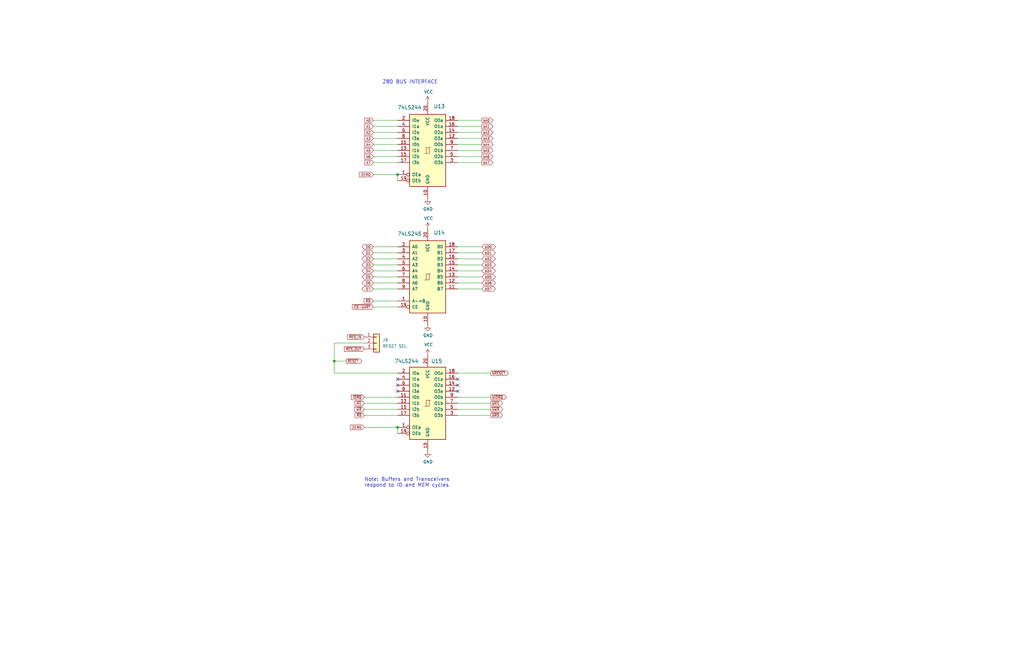
<source format=kicad_sch>
(kicad_sch (version 20211123) (generator eeschema)
  (paper "B")
  (lib_symbols
    (symbol "74xx:74LS244" (pin_names (offset 1.016))
      (property "Reference" "U" (at -7.62 16.51 0))
      (property "Value" "74LS244" (at -7.62 -16.51 0))
      (symbol "74LS244_1_0"
        (polyline (pts (xy -0.635 -1.27) (xy -0.635 1.27) (xy 0.635 1.27)))
        (polyline (pts (xy -1.27 -1.27) (xy 0.635 -1.27) (xy 0.635 1.27) (xy 1.27 1.27)))
        (pin input inverted (at -12.7 -10.16 0) (length 5.08) (name "OEa") (number "1"))
        (pin power_in line (at 0 -20.32 90) (length 5.08) (name "GND") (number "10"))
        (pin input line (at -12.7 2.54 0) (length 5.08) (name "I0b") (number "11"))
        (pin tri_state line (at 12.7 5.08 180) (length 5.08) (name "O3a") (number "12"))
        (pin input line (at -12.7 0 0) (length 5.08) (name "I1b") (number "13"))
        (pin tri_state line (at 12.7 7.62 180) (length 5.08) (name "O2a") (number "14"))
        (pin input line (at -12.7 -2.54 0) (length 5.08) (name "I2b") (number "15"))
        (pin tri_state line (at 12.7 10.16 180) (length 5.08) (name "O1a") (number "16"))
        (pin input line (at -12.7 -5.08 0) (length 5.08) (name "I3b") (number "17"))
        (pin tri_state line (at 12.7 12.7 180) (length 5.08) (name "O0a") (number "18"))
        (pin input inverted (at -12.7 -12.7 0) (length 5.08) (name "OEb") (number "19"))
        (pin input line (at -12.7 12.7 0) (length 5.08) (name "I0a") (number "2"))
        (pin power_in line (at 0 20.32 270) (length 5.08) (name "VCC") (number "20"))
        (pin tri_state line (at 12.7 -5.08 180) (length 5.08) (name "O3b") (number "3"))
        (pin input line (at -12.7 10.16 0) (length 5.08) (name "I1a") (number "4"))
        (pin tri_state line (at 12.7 -2.54 180) (length 5.08) (name "O2b") (number "5"))
        (pin input line (at -12.7 7.62 0) (length 5.08) (name "I2a") (number "6"))
        (pin tri_state line (at 12.7 0 180) (length 5.08) (name "O1b") (number "7"))
        (pin input line (at -12.7 5.08 0) (length 5.08) (name "I3a") (number "8"))
        (pin tri_state line (at 12.7 2.54 180) (length 5.08) (name "O0b") (number "9"))
      )
      (symbol "74LS244_1_1"
        (rectangle (start -7.62 15.24) (end 7.62 -15.24) (stroke (width 0.254)) (fill (type background)))
      )
    )
    (symbol "74xx:74LS245" (pin_names (offset 1.016))
      (property "Reference" "U" (at -7.62 16.51 0))
      (property "Value" "74LS245" (at -7.62 -16.51 0))
      (symbol "74LS245_1_0"
        (polyline (pts (xy -0.635 -1.27) (xy -0.635 1.27) (xy 0.635 1.27)))
        (polyline (pts (xy -1.27 -1.27) (xy 0.635 -1.27) (xy 0.635 1.27) (xy 1.27 1.27)))
        (pin input line (at -12.7 -10.16 0) (length 5.08) (name "A->B") (number "1"))
        (pin power_in line (at 0 -20.32 90) (length 5.08) (name "GND") (number "10"))
        (pin tri_state line (at 12.7 -5.08 180) (length 5.08) (name "B7") (number "11"))
        (pin tri_state line (at 12.7 -2.54 180) (length 5.08) (name "B6") (number "12"))
        (pin tri_state line (at 12.7 0 180) (length 5.08) (name "B5") (number "13"))
        (pin tri_state line (at 12.7 2.54 180) (length 5.08) (name "B4") (number "14"))
        (pin tri_state line (at 12.7 5.08 180) (length 5.08) (name "B3") (number "15"))
        (pin tri_state line (at 12.7 7.62 180) (length 5.08) (name "B2") (number "16"))
        (pin tri_state line (at 12.7 10.16 180) (length 5.08) (name "B1") (number "17"))
        (pin tri_state line (at 12.7 12.7 180) (length 5.08) (name "B0") (number "18"))
        (pin input inverted (at -12.7 -12.7 0) (length 5.08) (name "CE") (number "19"))
        (pin tri_state line (at -12.7 12.7 0) (length 5.08) (name "A0") (number "2"))
        (pin power_in line (at 0 20.32 270) (length 5.08) (name "VCC") (number "20"))
        (pin tri_state line (at -12.7 10.16 0) (length 5.08) (name "A1") (number "3"))
        (pin tri_state line (at -12.7 7.62 0) (length 5.08) (name "A2") (number "4"))
        (pin tri_state line (at -12.7 5.08 0) (length 5.08) (name "A3") (number "5"))
        (pin tri_state line (at -12.7 2.54 0) (length 5.08) (name "A4") (number "6"))
        (pin tri_state line (at -12.7 0 0) (length 5.08) (name "A5") (number "7"))
        (pin tri_state line (at -12.7 -2.54 0) (length 5.08) (name "A6") (number "8"))
        (pin tri_state line (at -12.7 -5.08 0) (length 5.08) (name "A7") (number "9"))
      )
      (symbol "74LS245_1_1"
        (rectangle (start -7.62 15.24) (end 7.62 -15.24) (stroke (width 0.254)) (fill (type background)))
      )
    )
    (symbol "Connector_Generic:Conn_01x03" (pin_names (offset 1.016) hide)
      (property "Reference" "J" (at 0 5.08 0))
      (property "Value" "Conn_01x03" (at 0 -5.08 0))
      (symbol "Conn_01x03_1_1"
        (rectangle (start -1.27 -2.413) (end 0 -2.667) (stroke (width 0.1524)))
        (rectangle (start -1.27 0.127) (end 0 -0.127) (stroke (width 0.1524)))
        (rectangle (start -1.27 2.667) (end 0 2.413) (stroke (width 0.1524)))
        (rectangle (start -1.27 3.81) (end 1.27 -3.81) (stroke (width 0.254)) (fill (type background)))
        (pin passive line (at -5.08 2.54 0) (length 3.81) (name "Pin_1") (number "1"))
        (pin passive line (at -5.08 0 0) (length 3.81) (name "Pin_2") (number "2"))
        (pin passive line (at -5.08 -2.54 0) (length 3.81) (name "Pin_3") (number "3"))
      )
    )
    (symbol "power:GND" (power) (pin_names (offset 0))
      (property "Value" "GND" (at 0 -3.81 0))
      (symbol "GND_0_1"
        (polyline (pts (xy 0 0) (xy 0 -1.27) (xy 1.27 -1.27) (xy 0 -2.54) (xy -1.27 -1.27) (xy 0 -1.27)))
      )
      (symbol "GND_1_1"
        (pin power_in line (at 0 0 270) (length 0) hide (name "GND") (number "1"))
      )
    )
    (symbol "power:VCC" (power) (pin_names (offset 0))
      (property "Value" "VCC" (at 0 3.81 0))
      (symbol "VCC_0_1"
        (polyline (pts (xy -0.762 1.27) (xy 0 2.54)))
        (polyline (pts (xy 0 0) (xy 0 2.54)))
        (polyline (pts (xy 0 2.54) (xy 0.762 1.27)))
      )
      (symbol "VCC_1_1"
        (pin power_in line (at 0 0 90) (length 0) hide (name "VCC") (number "1"))
      )
    )
  )
  (junction (at 167.64 180.34))
  (junction (at 167.64 73.66))
  (junction (at 140.97 152.4))
  (no_connect (at 167.64 162.56))
  (no_connect (at 167.64 160.02))
  (no_connect (at 193.04 160.02))
  (no_connect (at 193.04 165.1))
  (no_connect (at 193.04 162.56))
  (no_connect (at 167.64 165.1))
  (wire (pts (xy 193.04 60.96) (xy 203.2 60.96)))
  (wire (pts (xy 193.04 167.64) (xy 207.01 167.64)))
  (wire (pts (xy 193.04 104.14) (xy 203.2 104.14)))
  (wire (pts (xy 157.48 119.38) (xy 167.64 119.38)))
  (wire (pts (xy 193.04 66.04) (xy 203.2 66.04)))
  (wire (pts (xy 167.64 180.34) (xy 167.64 182.88)))
  (wire (pts (xy 140.97 152.4) (xy 140.97 157.48)))
  (wire (pts (xy 153.67 170.18) (xy 167.64 170.18)))
  (wire (pts (xy 157.48 127) (xy 167.64 127)))
  (wire (pts (xy 157.48 63.5) (xy 167.64 63.5)))
  (wire (pts (xy 157.48 106.68) (xy 167.64 106.68)))
  (wire (pts (xy 157.48 53.34) (xy 167.64 53.34)))
  (wire (pts (xy 193.04 68.58) (xy 203.2 68.58)))
  (wire (pts (xy 157.48 116.84) (xy 167.64 116.84)))
  (wire (pts (xy 193.04 157.48) (xy 207.01 157.48)))
  (wire (pts (xy 157.48 66.04) (xy 167.64 66.04)))
  (wire (pts (xy 157.48 68.58) (xy 167.64 68.58)))
  (wire (pts (xy 157.48 104.14) (xy 167.64 104.14)))
  (wire (pts (xy 157.48 109.22) (xy 167.64 109.22)))
  (wire (pts (xy 193.04 111.76) (xy 203.2 111.76)))
  (wire (pts (xy 157.48 114.3) (xy 167.64 114.3)))
  (wire (pts (xy 193.04 50.8) (xy 203.2 50.8)))
  (wire (pts (xy 153.67 167.64) (xy 167.64 167.64)))
  (wire (pts (xy 157.48 55.88) (xy 167.64 55.88)))
  (wire (pts (xy 193.04 106.68) (xy 203.2 106.68)))
  (wire (pts (xy 193.04 175.26) (xy 207.01 175.26)))
  (wire (pts (xy 157.48 121.92) (xy 167.64 121.92)))
  (wire (pts (xy 157.48 50.8) (xy 167.64 50.8)))
  (wire (pts (xy 157.48 58.42) (xy 167.64 58.42)))
  (wire (pts (xy 140.97 157.48) (xy 167.64 157.48)))
  (wire (pts (xy 193.04 121.92) (xy 203.2 121.92)))
  (wire (pts (xy 193.04 116.84) (xy 203.2 116.84)))
  (wire (pts (xy 153.67 172.72) (xy 167.64 172.72)))
  (wire (pts (xy 140.97 152.4) (xy 146.05 152.4)))
  (wire (pts (xy 153.67 180.34) (xy 167.64 180.34)))
  (wire (pts (xy 157.48 129.54) (xy 167.64 129.54)))
  (wire (pts (xy 140.97 144.78) (xy 140.97 152.4)))
  (wire (pts (xy 193.04 55.88) (xy 203.2 55.88)))
  (wire (pts (xy 193.04 172.72) (xy 207.01 172.72)))
  (wire (pts (xy 157.48 60.96) (xy 167.64 60.96)))
  (wire (pts (xy 193.04 53.34) (xy 203.2 53.34)))
  (wire (pts (xy 193.04 109.22) (xy 203.2 109.22)))
  (wire (pts (xy 157.48 111.76) (xy 167.64 111.76)))
  (wire (pts (xy 193.04 114.3) (xy 203.2 114.3)))
  (wire (pts (xy 140.97 144.78) (xy 153.67 144.78)))
  (wire (pts (xy 167.64 76.2) (xy 167.64 73.66)))
  (wire (pts (xy 157.48 73.66) (xy 167.64 73.66)))
  (wire (pts (xy 153.67 175.26) (xy 167.64 175.26)))
  (wire (pts (xy 193.04 63.5) (xy 203.2 63.5)))
  (wire (pts (xy 193.04 119.38) (xy 203.2 119.38)))
  (wire (pts (xy 193.04 58.42) (xy 203.2 58.42)))
  (wire (pts (xy 193.04 170.18) (xy 207.01 170.18)))
  (text "Z80 BUS INTERFACE" (at 161.29 35.56 0) (effects (font (size 1.524 1.524)) (justify left bottom)))
  (text "Note: Buffers and Transceivers\nrespond to IO and MEM cycles" (at 153.67 205.74 0) (effects (font (size 1.524 1.524)) (justify left bottom)))
  (global_label "bD5" (shape bidirectional) (at 203.2 116.84 0) (effects (font (size 1.016 1.016))) (property "Intersheet References" "${INTERSHEET_REFS}" (effects hide)))
  (global_label "~{RES_OUT}" (shape input) (at 153.67 147.32 180) (effects (font (size 1.016 1.016))) (property "Intersheet References" "${INTERSHEET_REFS}" (effects hide)))
  (global_label "bA4" (shape output) (at 203.2 60.96 0) (effects (font (size 1.016 1.016))) (property "Intersheet References" "${INTERSHEET_REFS}" (effects hide)))
  (global_label "D4" (shape bidirectional) (at 157.48 114.3 180) (effects (font (size 1.016 1.016))) (property "Intersheet References" "${INTERSHEET_REFS}" (effects hide)))
  (global_label "~{RES_IN}" (shape input) (at 153.67 142.24 180) (effects (font (size 1.016 1.016))) (property "Intersheet References" "${INTERSHEET_REFS}" (effects hide)))
  (global_label "~{bWR}" (shape output) (at 207.01 172.72 0) (effects (font (size 1.016 1.016))) (property "Intersheet References" "${INTERSHEET_REFS}" (effects hide)))
  (global_label "~{bRESET}" (shape output) (at 207.01 157.48 0) (effects (font (size 1.016 1.016))) (property "Intersheet References" "${INTERSHEET_REFS}" (effects hide)))
  (global_label "~{bIORQ}" (shape output) (at 207.01 167.64 0) (effects (font (size 1.016 1.016))) (property "Intersheet References" "${INTERSHEET_REFS}" (effects hide)))
  (global_label "~{WR}" (shape input) (at 153.67 172.72 180) (effects (font (size 1.016 1.016))) (property "Intersheet References" "${INTERSHEET_REFS}" (effects hide)))
  (global_label "bA3" (shape output) (at 203.2 58.42 0) (effects (font (size 1.016 1.016))) (property "Intersheet References" "${INTERSHEET_REFS}" (effects hide)))
  (global_label "D3" (shape bidirectional) (at 157.48 111.76 180) (effects (font (size 1.016 1.016))) (property "Intersheet References" "${INTERSHEET_REFS}" (effects hide)))
  (global_label "ZERO" (shape input) (at 153.67 180.34 180) (effects (font (size 1.016 1.016))) (property "Intersheet References" "${INTERSHEET_REFS}" (effects hide)))
  (global_label "bD2" (shape bidirectional) (at 203.2 109.22 0) (effects (font (size 1.016 1.016))) (property "Intersheet References" "${INTERSHEET_REFS}" (effects hide)))
  (global_label "~{CS-UART}" (shape input) (at 157.48 129.54 180) (effects (font (size 1.016 1.016))) (property "Intersheet References" "${INTERSHEET_REFS}" (effects hide)))
  (global_label "A7" (shape input) (at 157.48 68.58 180) (effects (font (size 1.016 1.016))) (property "Intersheet References" "${INTERSHEET_REFS}" (effects hide)))
  (global_label "A1" (shape input) (at 157.48 53.34 180) (effects (font (size 1.016 1.016))) (property "Intersheet References" "${INTERSHEET_REFS}" (effects hide)))
  (global_label "bD7" (shape bidirectional) (at 203.2 121.92 0) (effects (font (size 1.016 1.016))) (property "Intersheet References" "${INTERSHEET_REFS}" (effects hide)))
  (global_label "D6" (shape bidirectional) (at 157.48 119.38 180) (effects (font (size 1.016 1.016))) (property "Intersheet References" "${INTERSHEET_REFS}" (effects hide)))
  (global_label "~{bRD}" (shape output) (at 207.01 175.26 0) (effects (font (size 1.016 1.016))) (property "Intersheet References" "${INTERSHEET_REFS}" (effects hide)))
  (global_label "ZERO" (shape input) (at 157.48 73.66 180) (effects (font (size 1.016 1.016))) (property "Intersheet References" "${INTERSHEET_REFS}" (effects hide)))
  (global_label "~{IORQ}" (shape input) (at 153.67 167.64 180) (effects (font (size 1.016 1.016))) (property "Intersheet References" "${INTERSHEET_REFS}" (effects hide)))
  (global_label "bA0" (shape output) (at 203.2 50.8 0) (effects (font (size 1.016 1.016))) (property "Intersheet References" "${INTERSHEET_REFS}" (effects hide)))
  (global_label "~{M1}" (shape input) (at 153.67 170.18 180) (effects (font (size 1.016 1.016))) (property "Intersheet References" "${INTERSHEET_REFS}" (effects hide)))
  (global_label "D1" (shape bidirectional) (at 157.48 106.68 180) (effects (font (size 1.016 1.016))) (property "Intersheet References" "${INTERSHEET_REFS}" (effects hide)))
  (global_label "bA6" (shape output) (at 203.2 66.04 0) (effects (font (size 1.016 1.016))) (property "Intersheet References" "${INTERSHEET_REFS}" (effects hide)))
  (global_label "D5" (shape bidirectional) (at 157.48 116.84 180) (effects (font (size 1.016 1.016))) (property "Intersheet References" "${INTERSHEET_REFS}" (effects hide)))
  (global_label "bD3" (shape bidirectional) (at 203.2 111.76 0) (effects (font (size 1.016 1.016))) (property "Intersheet References" "${INTERSHEET_REFS}" (effects hide)))
  (global_label "A2" (shape input) (at 157.48 55.88 180) (effects (font (size 1.016 1.016))) (property "Intersheet References" "${INTERSHEET_REFS}" (effects hide)))
  (global_label "A4" (shape input) (at 157.48 60.96 180) (effects (font (size 1.016 1.016))) (property "Intersheet References" "${INTERSHEET_REFS}" (effects hide)))
  (global_label "D2" (shape bidirectional) (at 157.48 109.22 180) (effects (font (size 1.016 1.016))) (property "Intersheet References" "${INTERSHEET_REFS}" (effects hide)))
  (global_label "bA2" (shape output) (at 203.2 55.88 0) (effects (font (size 1.016 1.016))) (property "Intersheet References" "${INTERSHEET_REFS}" (effects hide)))
  (global_label "bA1" (shape output) (at 203.2 53.34 0) (effects (font (size 1.016 1.016))) (property "Intersheet References" "${INTERSHEET_REFS}" (effects hide)))
  (global_label "bA7" (shape output) (at 203.2 68.58 0) (effects (font (size 1.016 1.016))) (property "Intersheet References" "${INTERSHEET_REFS}" (effects hide)))
  (global_label "bD4" (shape bidirectional) (at 203.2 114.3 0) (effects (font (size 1.016 1.016))) (property "Intersheet References" "${INTERSHEET_REFS}" (effects hide)))
  (global_label "D7" (shape bidirectional) (at 157.48 121.92 180) (effects (font (size 1.016 1.016))) (property "Intersheet References" "${INTERSHEET_REFS}" (effects hide)))
  (global_label "~{RD}" (shape input) (at 157.48 127 180) (effects (font (size 1.016 1.016))) (property "Intersheet References" "${INTERSHEET_REFS}" (effects hide)))
  (global_label "~{RD}" (shape input) (at 153.67 175.26 180) (effects (font (size 1.016 1.016))) (property "Intersheet References" "${INTERSHEET_REFS}" (effects hide)))
  (global_label "A3" (shape input) (at 157.48 58.42 180) (effects (font (size 1.016 1.016))) (property "Intersheet References" "${INTERSHEET_REFS}" (effects hide)))
  (global_label "bD1" (shape bidirectional) (at 203.2 106.68 0) (effects (font (size 1.016 1.016))) (property "Intersheet References" "${INTERSHEET_REFS}" (effects hide)))
  (global_label "A6" (shape input) (at 157.48 66.04 180) (effects (font (size 1.016 1.016))) (property "Intersheet References" "${INTERSHEET_REFS}" (effects hide)))
  (global_label "~{bM1}" (shape output) (at 207.01 170.18 0) (effects (font (size 1.016 1.016))) (property "Intersheet References" "${INTERSHEET_REFS}" (effects hide)))
  (global_label "bD6" (shape bidirectional) (at 203.2 119.38 0) (effects (font (size 1.016 1.016))) (property "Intersheet References" "${INTERSHEET_REFS}" (effects hide)))
  (global_label "~{RESET}" (shape output) (at 146.05 152.4 0) (effects (font (size 1.016 1.016))) (property "Intersheet References" "${INTERSHEET_REFS}" (effects hide)))
  (global_label "bA5" (shape output) (at 203.2 63.5 0) (effects (font (size 1.016 1.016))) (property "Intersheet References" "${INTERSHEET_REFS}" (effects hide)))
  (global_label "A5" (shape input) (at 157.48 63.5 180) (effects (font (size 1.016 1.016))) (property "Intersheet References" "${INTERSHEET_REFS}" (effects hide)))
  (global_label "D0" (shape bidirectional) (at 157.48 104.14 180) (effects (font (size 1.016 1.016))) (property "Intersheet References" "${INTERSHEET_REFS}" (effects hide)))
  (global_label "A0" (shape input) (at 157.48 50.8 180) (effects (font (size 1.016 1.016))) (property "Intersheet References" "${INTERSHEET_REFS}" (effects hide)))
  (global_label "bD0" (shape bidirectional) (at 203.2 104.14 0) (effects (font (size 1.016 1.016))) (property "Intersheet References" "${INTERSHEET_REFS}" (effects hide)))
  (symbol (lib_id "74xx:74LS245") (at 180.34 116.84 0) (unit 1)
    (property "Reference" "U14" (at 182.88 99.06 0) (effects (font (size 1.524 1.524)) (justify left bottom)))
    (property "Value" "74LS245" (at 167.64 97.79 0) (effects (font (size 1.524 1.524)) (justify left top)))
    (property "Footprint" "Package_DIP:DIP-20_W7.62mm_Socket" (effects hide))
    (property "Datasheet" "http://www.ti.com/lit/gpn/sn74LS245" (effects hide))
  )
  (symbol (lib_id "power:VCC") (at 180.34 43.18 0) (unit 1)
    (property "Reference" "#PWR037" (effects hide))
    (property "Value" "VCC" (at 180.721 38.7858 0))
  )
  (symbol (lib_id "power:GND") (at 180.34 83.82 0) (unit 1)
    (property "Reference" "#PWR038" (effects hide))
    (property "Value" "GND" (at 180.467 88.2142 0))
  )
  (symbol (lib_id "power:VCC") (at 180.34 96.52 0) (unit 1)
    (property "Reference" "#PWR039" (effects hide))
    (property "Value" "VCC" (at 180.721 92.1258 0))
  )
  (symbol (lib_id "power:VCC") (at 180.34 149.86 0) (unit 1)
    (property "Reference" "#PWR041" (effects hide))
    (property "Value" "VCC" (at 180.721 145.4658 0))
  )
  (symbol (lib_id "power:GND") (at 180.34 137.16 0) (unit 1)
    (property "Reference" "#PWR040" (effects hide))
    (property "Value" "GND" (at 180.467 141.5542 0))
  )
  (symbol (lib_id "power:GND") (at 180.34 190.5 0) (unit 1)
    (property "Reference" "#PWR042" (effects hide))
    (property "Value" "GND" (at 180.467 194.8942 0))
  )
  (symbol (lib_id "74xx:74LS244") (at 180.34 170.18 0) (unit 1)
    (property "Reference" "U15" (at 184.15 152.4 0) (effects (font (size 1.524 1.524))))
    (property "Value" "74LS244" (at 171.45 152.4 0) (effects (font (size 1.524 1.524))))
    (property "Footprint" "Package_DIP:DIP-20_W7.62mm_Socket" (effects hide))
    (property "Datasheet" "http://www.ti.com/lit/ds/symlink/sn74ls244.pdf" (effects hide))
  )
  (symbol (lib_id "74xx:74LS244") (at 180.34 63.5 0) (unit 1)
    (property "Reference" "U13" (at 182.88 45.72 0) (effects (font (size 1.524 1.524)) (justify left bottom)))
    (property "Value" "74LS244" (at 167.64 44.45 0) (effects (font (size 1.524 1.524)) (justify left top)))
    (property "Footprint" "Package_DIP:DIP-20_W7.62mm_Socket" (effects hide))
    (property "Datasheet" "http://www.ti.com/lit/ds/symlink/sn74ls244.pdf" (effects hide))
  )
  (symbol (lib_id "Connector_Generic:Conn_01x03") (at 158.75 144.78 0) (unit 1)
    (property "Reference" "J9" (at 161.29 143.5099 0) (effects (justify left)))
    (property "Value" "RESET SEL" (at 161.29 146.0499 0) (effects (justify left)))
    (property "Footprint" "Connector_PinHeader_2.54mm:PinHeader_1x03_P2.54mm_Vertical" (effects hide))
  )
)
</source>
